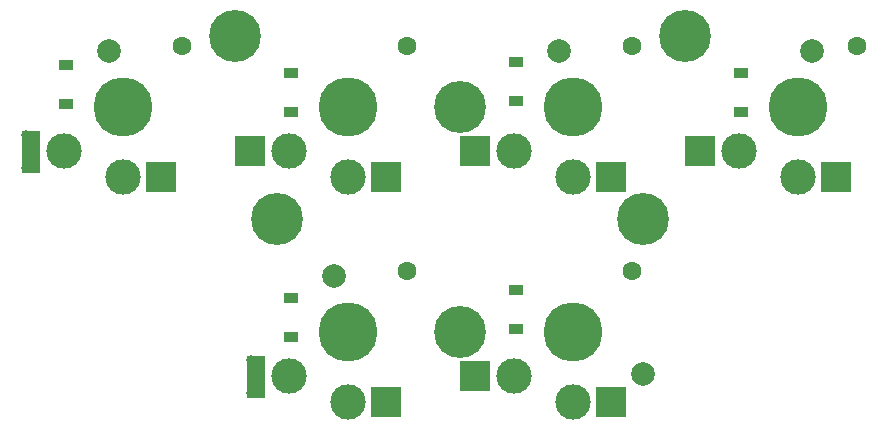
<source format=gbs>
G04 #@! TF.GenerationSoftware,KiCad,Pcbnew,8.0.5*
G04 #@! TF.CreationDate,2024-09-18T06:53:56+09:00*
G04 #@! TF.ProjectId,SandyLP_Top,53616e64-794c-4505-9f54-6f702e6b6963,v.0*
G04 #@! TF.SameCoordinates,Original*
G04 #@! TF.FileFunction,Soldermask,Bot*
G04 #@! TF.FilePolarity,Negative*
%FSLAX46Y46*%
G04 Gerber Fmt 4.6, Leading zero omitted, Abs format (unit mm)*
G04 Created by KiCad (PCBNEW 8.0.5) date 2024-09-18 06:53:56*
%MOMM*%
%LPD*%
G01*
G04 APERTURE LIST*
%ADD10C,3.000000*%
%ADD11C,5.000000*%
%ADD12C,1.600000*%
%ADD13R,2.600000X2.600000*%
%ADD14C,0.800000*%
%ADD15R,1.625000X3.600000*%
%ADD16C,3.600000*%
%ADD17C,4.400000*%
%ADD18R,1.200000X0.900000*%
%ADD19C,2.000000*%
G04 APERTURE END LIST*
D10*
X143455310Y-68853405D03*
D11*
X148455310Y-65103405D03*
D10*
X148455310Y-71053405D03*
D12*
X153455310Y-59953405D03*
D13*
X151730310Y-71053405D03*
D14*
X140255310Y-67503405D03*
X140255310Y-70303405D03*
D15*
X140667810Y-68903405D03*
D10*
X143455310Y-49803405D03*
D11*
X148455310Y-46053405D03*
D10*
X148455310Y-52003405D03*
D12*
X153455310Y-40903405D03*
D13*
X151730310Y-52003405D03*
X140180310Y-49803405D03*
D16*
X142502185Y-55578405D03*
D17*
X142502185Y-55578405D03*
D10*
X181555310Y-49803405D03*
D11*
X186555310Y-46053405D03*
D10*
X186555310Y-52003405D03*
D12*
X191555310Y-40903405D03*
D13*
X189830310Y-52003405D03*
X178280310Y-49803405D03*
D16*
X177030310Y-40100280D03*
D17*
X177030310Y-40100280D03*
D10*
X124405310Y-49803405D03*
D11*
X129405310Y-46053405D03*
D10*
X129405310Y-52003405D03*
D12*
X134405310Y-40903405D03*
D13*
X132680310Y-52003405D03*
D14*
X121205310Y-48453405D03*
X121205310Y-51253405D03*
D15*
X121617810Y-49853405D03*
D16*
X157980310Y-65103405D03*
D17*
X157980310Y-65103405D03*
D16*
X157980310Y-46053405D03*
D17*
X157980310Y-46053405D03*
D16*
X138930310Y-40100280D03*
D17*
X138930310Y-40100280D03*
D10*
X162505310Y-49803405D03*
D11*
X167505310Y-46053405D03*
D10*
X167505310Y-52003405D03*
D12*
X172505310Y-40903405D03*
D13*
X170780310Y-52003405D03*
X159230310Y-49803405D03*
D16*
X173458435Y-55578405D03*
D17*
X173458435Y-55578405D03*
D10*
X162505310Y-68853405D03*
D11*
X167505310Y-65103405D03*
D10*
X167505310Y-71053405D03*
D12*
X172505310Y-59953405D03*
D13*
X170780310Y-71053405D03*
X159230310Y-68853405D03*
D18*
X143692810Y-62262780D03*
X143692810Y-65562780D03*
X181792810Y-43212780D03*
X181792810Y-46512780D03*
X162742810Y-61531530D03*
X162742810Y-64831530D03*
X162742810Y-42228405D03*
X162742810Y-45528405D03*
X124642810Y-42481530D03*
X124642810Y-45781530D03*
D19*
X128214685Y-41290905D03*
X187745935Y-41290905D03*
X166314685Y-41290905D03*
X173458435Y-68675280D03*
X147264685Y-60340905D03*
D18*
X143692810Y-43212780D03*
X143692810Y-46512780D03*
M02*

</source>
